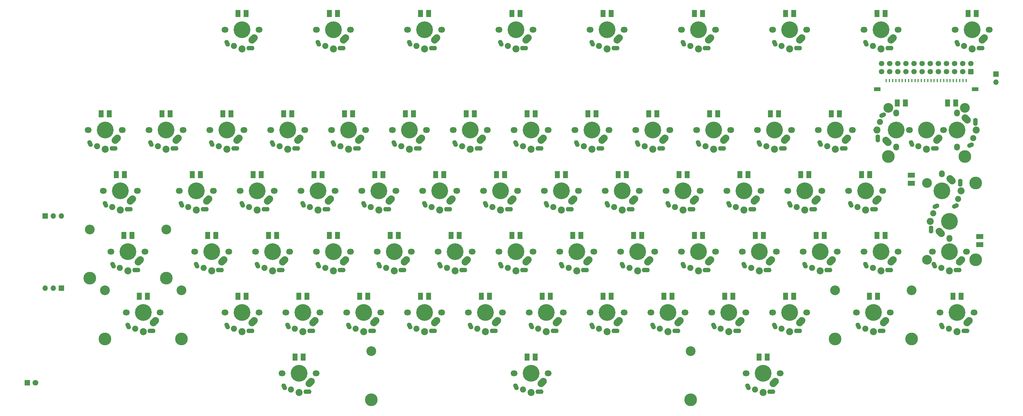
<source format=gbr>
G04 #@! TF.GenerationSoftware,KiCad,Pcbnew,(6.0.10)*
G04 #@! TF.CreationDate,2023-01-22T18:02:13-08:00*
G04 #@! TF.ProjectId,AtariChocXE,41746172-6943-4686-9f63-58452e6b6963,11*
G04 #@! TF.SameCoordinates,Original*
G04 #@! TF.FileFunction,Soldermask,Bot*
G04 #@! TF.FilePolarity,Negative*
%FSLAX46Y46*%
G04 Gerber Fmt 4.6, Leading zero omitted, Abs format (unit mm)*
G04 Created by KiCad (PCBNEW (6.0.10)) date 2023-01-22 18:02:13*
%MOMM*%
%LPD*%
G01*
G04 APERTURE LIST*
G04 Aperture macros list*
%AMRoundRect*
0 Rectangle with rounded corners*
0 $1 Rounding radius*
0 $2 $3 $4 $5 $6 $7 $8 $9 X,Y pos of 4 corners*
0 Add a 4 corners polygon primitive as box body*
4,1,4,$2,$3,$4,$5,$6,$7,$8,$9,$2,$3,0*
0 Add four circle primitives for the rounded corners*
1,1,$1+$1,$2,$3*
1,1,$1+$1,$4,$5*
1,1,$1+$1,$6,$7*
1,1,$1+$1,$8,$9*
0 Add four rect primitives between the rounded corners*
20,1,$1+$1,$2,$3,$4,$5,0*
20,1,$1+$1,$4,$5,$6,$7,0*
20,1,$1+$1,$6,$7,$8,$9,0*
20,1,$1+$1,$8,$9,$2,$3,0*%
%AMHorizOval*
0 Thick line with rounded ends*
0 $1 width*
0 $2 $3 position (X,Y) of the first rounded end (center of the circle)*
0 $4 $5 position (X,Y) of the second rounded end (center of the circle)*
0 Add line between two ends*
20,1,$1,$2,$3,$4,$5,0*
0 Add two circle primitives to create the rounded ends*
1,1,$1,$2,$3*
1,1,$1,$4,$5*%
G04 Aperture macros list end*
%ADD10R,1.800000X1.800000*%
%ADD11C,1.800000*%
%ADD12O,2.200000X1.800000*%
%ADD13C,5.250000*%
%ADD14HorizOval,2.200000X-0.353553X-0.353553X0.353553X0.353553X0*%
%ADD15HorizOval,1.400000X-0.169047X0.362523X0.169047X-0.362523X0*%
%ADD16C,1.900000*%
%ADD17O,2.500000X1.400000*%
%ADD18C,2.200000*%
%ADD19R,1.500000X2.300000*%
%ADD20R,2.300000X1.500000*%
%ADD21C,3.987800*%
%ADD22C,3.048000*%
%ADD23O,1.800000X2.200000*%
%ADD24HorizOval,1.400000X-0.362523X-0.169047X0.362523X0.169047X0*%
%ADD25HorizOval,2.200000X0.353553X-0.353553X-0.353553X0.353553X0*%
%ADD26O,1.400000X2.500000*%
%ADD27HorizOval,2.200000X-0.353553X0.353553X0.353553X-0.353553X0*%
%ADD28HorizOval,1.400000X0.362523X0.169047X-0.362523X-0.169047X0*%
%ADD29R,1.700000X1.700000*%
%ADD30O,1.700000X1.700000*%
%ADD31RoundRect,0.250000X0.600000X-0.600000X0.600000X0.600000X-0.600000X0.600000X-0.600000X-0.600000X0*%
%ADD32C,1.700000*%
%ADD33R,0.400000X1.000000*%
%ADD34R,2.000000X1.300000*%
G04 APERTURE END LIST*
D10*
X29360000Y-143200000D03*
D11*
X31900000Y-143200000D03*
D12*
X81767500Y-102160000D03*
D13*
X87097500Y-102160000D03*
D12*
X92427500Y-102160000D03*
D14*
X90597500Y-105030000D03*
D15*
X82397500Y-106410000D03*
D16*
X84557500Y-107240000D03*
D17*
X89697500Y-107910000D03*
D18*
X87097500Y-108160000D03*
D19*
X88367500Y-97080000D03*
X85827500Y-97080000D03*
D13*
X172822500Y-121210000D03*
D12*
X167492500Y-121210000D03*
X178152500Y-121210000D03*
D15*
X168122500Y-125460000D03*
D14*
X176322500Y-124080000D03*
D18*
X172822500Y-127210000D03*
D16*
X170282500Y-126290000D03*
D17*
X175422500Y-126960000D03*
D19*
X174092500Y-116130000D03*
X171552500Y-116130000D03*
D12*
X140052500Y-121210000D03*
X129392500Y-121210000D03*
D13*
X134722500Y-121210000D03*
D14*
X138222500Y-124080000D03*
D15*
X130022500Y-125460000D03*
D16*
X132182500Y-126290000D03*
D17*
X137322500Y-126960000D03*
D18*
X134722500Y-127210000D03*
D19*
X135992500Y-116130000D03*
X133452500Y-116130000D03*
D12*
X224642500Y-121210000D03*
D13*
X229972500Y-121210000D03*
D12*
X235302500Y-121210000D03*
D15*
X225272500Y-125460000D03*
D14*
X233472500Y-124080000D03*
D18*
X229972500Y-127210000D03*
D16*
X227432500Y-126290000D03*
D17*
X232572500Y-126960000D03*
D19*
X231242500Y-116130000D03*
X228702500Y-116130000D03*
D12*
X312748750Y-102160000D03*
X323408750Y-102160000D03*
D13*
X318078750Y-102160000D03*
D14*
X321578750Y-105030000D03*
D15*
X313378750Y-106410000D03*
D16*
X315538750Y-107240000D03*
D18*
X318078750Y-108160000D03*
D17*
X320678750Y-107910000D03*
D20*
X327603750Y-97397500D03*
X327603750Y-99937500D03*
D12*
X119811875Y-140260000D03*
D13*
X114481875Y-140260000D03*
D12*
X109151875Y-140260000D03*
D14*
X117981875Y-143130000D03*
D15*
X109781875Y-144510000D03*
D17*
X117081875Y-146010000D03*
D16*
X111941875Y-145340000D03*
D18*
X114481875Y-146260000D03*
D19*
X115751875Y-135180000D03*
X113211875Y-135180000D03*
D13*
X125197500Y-102160000D03*
D12*
X130527500Y-102160000D03*
X119867500Y-102160000D03*
D14*
X128697500Y-105030000D03*
D15*
X120497500Y-106410000D03*
D18*
X125197500Y-108160000D03*
D16*
X122657500Y-107240000D03*
D17*
X127797500Y-107910000D03*
D19*
X126467500Y-97080000D03*
X123927500Y-97080000D03*
D12*
X138917500Y-102160000D03*
X149577500Y-102160000D03*
D13*
X144247500Y-102160000D03*
D14*
X147747500Y-105030000D03*
D15*
X139547500Y-106410000D03*
D17*
X146847500Y-107910000D03*
D16*
X141707500Y-107240000D03*
D18*
X144247500Y-108160000D03*
D19*
X145517500Y-97080000D03*
X142977500Y-97080000D03*
D12*
X168627500Y-102160000D03*
D13*
X163297500Y-102160000D03*
D12*
X157967500Y-102160000D03*
D15*
X158597500Y-106410000D03*
D14*
X166797500Y-105030000D03*
D16*
X160757500Y-107240000D03*
D18*
X163297500Y-108160000D03*
D17*
X165897500Y-107910000D03*
D19*
X164567500Y-97080000D03*
X162027500Y-97080000D03*
D12*
X177017500Y-102160000D03*
X187677500Y-102160000D03*
D13*
X182347500Y-102160000D03*
D14*
X185847500Y-105030000D03*
D15*
X177647500Y-106410000D03*
D17*
X184947500Y-107910000D03*
D16*
X179807500Y-107240000D03*
D18*
X182347500Y-108160000D03*
D19*
X183617500Y-97080000D03*
X181077500Y-97080000D03*
D12*
X205592500Y-32610000D03*
D13*
X210922500Y-32610000D03*
D12*
X216252500Y-32610000D03*
D15*
X206222500Y-36860000D03*
D14*
X214422500Y-35480000D03*
D18*
X210922500Y-38610000D03*
D17*
X213522500Y-38360000D03*
D16*
X208382500Y-37690000D03*
D19*
X212192500Y-27530000D03*
X209652500Y-27530000D03*
D12*
X325790000Y-121210000D03*
X315130000Y-121210000D03*
D13*
X320460000Y-121210000D03*
D15*
X315760000Y-125460000D03*
D14*
X323960000Y-124080000D03*
D18*
X320460000Y-127210000D03*
D16*
X317920000Y-126290000D03*
D17*
X323060000Y-126960000D03*
D19*
X321730000Y-116130000D03*
X319190000Y-116130000D03*
D12*
X206727500Y-102160000D03*
X196067500Y-102160000D03*
D13*
X201397500Y-102160000D03*
D14*
X204897500Y-105030000D03*
D15*
X196697500Y-106410000D03*
D16*
X198857500Y-107240000D03*
D17*
X203997500Y-107910000D03*
D18*
X201397500Y-108160000D03*
D19*
X202667500Y-97080000D03*
X200127500Y-97080000D03*
D12*
X225777500Y-102160000D03*
X215117500Y-102160000D03*
D13*
X220447500Y-102160000D03*
D14*
X223947500Y-105030000D03*
D15*
X215747500Y-106410000D03*
D17*
X223047500Y-107910000D03*
D16*
X217907500Y-107240000D03*
D18*
X220447500Y-108160000D03*
D19*
X221717500Y-97080000D03*
X219177500Y-97080000D03*
D12*
X244827500Y-102160000D03*
D13*
X239497500Y-102160000D03*
D12*
X234167500Y-102160000D03*
D14*
X242997500Y-105030000D03*
D15*
X234797500Y-106410000D03*
D16*
X236957500Y-107240000D03*
D18*
X239497500Y-108160000D03*
D17*
X242097500Y-107910000D03*
D19*
X240767500Y-97080000D03*
X238227500Y-97080000D03*
D21*
X53666250Y-129465000D03*
D12*
X70996250Y-121210000D03*
D21*
X77666250Y-129465000D03*
D12*
X60336250Y-121210000D03*
D22*
X53666250Y-114225000D03*
D13*
X65666250Y-121210000D03*
D22*
X77666250Y-114225000D03*
D15*
X60966250Y-125460000D03*
D14*
X69166250Y-124080000D03*
D18*
X65666250Y-127210000D03*
D17*
X68266250Y-126960000D03*
D16*
X63126250Y-126290000D03*
D19*
X66936250Y-116130000D03*
X64396250Y-116130000D03*
D12*
X205592500Y-121210000D03*
X216252500Y-121210000D03*
D13*
X210922500Y-121210000D03*
D15*
X206222500Y-125460000D03*
D14*
X214422500Y-124080000D03*
D16*
X208382500Y-126290000D03*
D17*
X213522500Y-126960000D03*
D18*
X210922500Y-127210000D03*
D19*
X212192500Y-116130000D03*
X209652500Y-116130000D03*
D12*
X186542500Y-121210000D03*
D13*
X191872500Y-121210000D03*
D12*
X197202500Y-121210000D03*
D14*
X195372500Y-124080000D03*
D15*
X187172500Y-125460000D03*
D18*
X191872500Y-127210000D03*
D16*
X189332500Y-126290000D03*
D17*
X194472500Y-126960000D03*
D19*
X193142500Y-116130000D03*
X190602500Y-116130000D03*
D13*
X296660000Y-32610000D03*
D12*
X291330000Y-32610000D03*
X301990000Y-32610000D03*
D15*
X291960000Y-36860000D03*
D14*
X300160000Y-35480000D03*
D17*
X299260000Y-38360000D03*
D18*
X296660000Y-38610000D03*
D16*
X294120000Y-37690000D03*
D19*
X297930000Y-27530000D03*
X295390000Y-27530000D03*
D12*
X243692500Y-121210000D03*
X254352500Y-121210000D03*
D13*
X249022500Y-121210000D03*
D14*
X252522500Y-124080000D03*
D15*
X244322500Y-125460000D03*
D17*
X251622500Y-126960000D03*
D18*
X249022500Y-127210000D03*
D16*
X246482500Y-126290000D03*
D19*
X250292500Y-116130000D03*
X247752500Y-116130000D03*
D13*
X277597500Y-102160000D03*
D12*
X272267500Y-102160000D03*
X282927500Y-102160000D03*
D15*
X272897500Y-106410000D03*
D14*
X281097500Y-105030000D03*
D16*
X275057500Y-107240000D03*
D17*
X280197500Y-107910000D03*
D18*
X277597500Y-108160000D03*
D19*
X278867500Y-97080000D03*
X276327500Y-97080000D03*
D22*
X282266250Y-114225000D03*
X306266250Y-114225000D03*
D12*
X288936250Y-121210000D03*
X299596250Y-121210000D03*
D13*
X294266250Y-121210000D03*
D21*
X306266250Y-129465000D03*
X282266250Y-129465000D03*
D15*
X289566250Y-125460000D03*
D14*
X297766250Y-124080000D03*
D18*
X294266250Y-127210000D03*
D16*
X291726250Y-126290000D03*
D17*
X296866250Y-126960000D03*
D19*
X295536250Y-116130000D03*
X292996250Y-116130000D03*
D12*
X100817500Y-102160000D03*
X111477500Y-102160000D03*
D13*
X106147500Y-102160000D03*
D15*
X101447500Y-106410000D03*
D14*
X109647500Y-105030000D03*
D18*
X106147500Y-108160000D03*
D16*
X103607500Y-107240000D03*
D17*
X108747500Y-107910000D03*
D19*
X107417500Y-97080000D03*
X104877500Y-97080000D03*
D13*
X268072500Y-32610000D03*
D12*
X262742500Y-32610000D03*
X273402500Y-32610000D03*
D15*
X263372500Y-36860000D03*
D14*
X271572500Y-35480000D03*
D18*
X268072500Y-38610000D03*
D17*
X270672500Y-38360000D03*
D16*
X265532500Y-37690000D03*
D19*
X269342500Y-27530000D03*
X266802500Y-27530000D03*
D12*
X263877500Y-102160000D03*
X253217500Y-102160000D03*
D13*
X258547500Y-102160000D03*
D14*
X262047500Y-105030000D03*
D15*
X253847500Y-106410000D03*
D17*
X261147500Y-107910000D03*
D18*
X258547500Y-108160000D03*
D16*
X256007500Y-107240000D03*
D19*
X259817500Y-97080000D03*
X257277500Y-97080000D03*
D13*
X268072500Y-121210000D03*
D12*
X273402500Y-121210000D03*
X262742500Y-121210000D03*
D14*
X271572500Y-124080000D03*
D15*
X263372500Y-125460000D03*
D16*
X265532500Y-126290000D03*
D17*
X270672500Y-126960000D03*
D18*
X268072500Y-127210000D03*
D19*
X269342500Y-116130000D03*
X266802500Y-116130000D03*
D22*
X237110000Y-133275000D03*
D12*
X192440000Y-140260000D03*
D13*
X187110000Y-140260000D03*
D21*
X137110000Y-148515000D03*
X237110000Y-148515000D03*
D22*
X137110000Y-133275000D03*
D12*
X181780000Y-140260000D03*
D15*
X182410000Y-144510000D03*
D14*
X190610000Y-143130000D03*
D16*
X184570000Y-145340000D03*
D17*
X189710000Y-146010000D03*
D18*
X187110000Y-146260000D03*
D19*
X188380000Y-135180000D03*
X185840000Y-135180000D03*
D12*
X244827500Y-32610000D03*
X234167500Y-32610000D03*
D13*
X239497500Y-32610000D03*
D14*
X242997500Y-35480000D03*
D15*
X234797500Y-36860000D03*
D17*
X242097500Y-38360000D03*
D16*
X236957500Y-37690000D03*
D18*
X239497500Y-38610000D03*
D19*
X240767500Y-27530000D03*
X238227500Y-27530000D03*
D12*
X159102500Y-121210000D03*
X148442500Y-121210000D03*
D13*
X153772500Y-121210000D03*
D15*
X149072500Y-125460000D03*
D14*
X157272500Y-124080000D03*
D16*
X151232500Y-126290000D03*
D18*
X153772500Y-127210000D03*
D17*
X156372500Y-126960000D03*
D19*
X155042500Y-116130000D03*
X152502500Y-116130000D03*
D12*
X110342500Y-121210000D03*
D13*
X115672500Y-121210000D03*
D12*
X121002500Y-121210000D03*
D15*
X110972500Y-125460000D03*
D14*
X119172500Y-124080000D03*
D17*
X118272500Y-126960000D03*
D16*
X113132500Y-126290000D03*
D18*
X115672500Y-127210000D03*
D19*
X116942500Y-116130000D03*
X114402500Y-116130000D03*
D13*
X96622500Y-121210000D03*
D12*
X101952500Y-121210000D03*
X91292500Y-121210000D03*
D15*
X91922500Y-125460000D03*
D14*
X100122500Y-124080000D03*
D17*
X99222500Y-126960000D03*
D16*
X94082500Y-126290000D03*
D18*
X96622500Y-127210000D03*
D19*
X97892500Y-116130000D03*
X95352500Y-116130000D03*
D13*
X101385000Y-83110000D03*
D12*
X106715000Y-83110000D03*
X96055000Y-83110000D03*
D15*
X96685000Y-87360000D03*
D14*
X104885000Y-85980000D03*
D17*
X103985000Y-88860000D03*
D16*
X98845000Y-88190000D03*
D18*
X101385000Y-89110000D03*
D19*
X102655000Y-78030000D03*
X100115000Y-78030000D03*
D12*
X182915000Y-83110000D03*
D13*
X177585000Y-83110000D03*
D12*
X172255000Y-83110000D03*
D15*
X172885000Y-87360000D03*
D14*
X181085000Y-85980000D03*
D18*
X177585000Y-89110000D03*
D16*
X175045000Y-88190000D03*
D17*
X180185000Y-88860000D03*
D19*
X178855000Y-78030000D03*
X176315000Y-78030000D03*
D12*
X163865000Y-83110000D03*
X153205000Y-83110000D03*
D13*
X158535000Y-83110000D03*
D14*
X162035000Y-85980000D03*
D15*
X153835000Y-87360000D03*
D16*
X155995000Y-88190000D03*
D17*
X161135000Y-88860000D03*
D18*
X158535000Y-89110000D03*
D19*
X159805000Y-78030000D03*
X157265000Y-78030000D03*
D12*
X201965000Y-83110000D03*
D13*
X196635000Y-83110000D03*
D12*
X191305000Y-83110000D03*
D14*
X200135000Y-85980000D03*
D15*
X191935000Y-87360000D03*
D16*
X194095000Y-88190000D03*
D18*
X196635000Y-89110000D03*
D17*
X199235000Y-88860000D03*
D19*
X197905000Y-78030000D03*
X195365000Y-78030000D03*
D23*
X315697500Y-77780000D03*
D13*
X315697500Y-83110000D03*
D24*
X319947500Y-87810000D03*
D25*
X318567500Y-79610000D03*
D16*
X320777500Y-85650000D03*
D26*
X321447500Y-80510000D03*
D18*
X321697500Y-83110000D03*
D20*
X306172500Y-78188750D03*
X306172500Y-80728750D03*
D12*
X248455000Y-83110000D03*
D13*
X253785000Y-83110000D03*
D12*
X259115000Y-83110000D03*
D14*
X257285000Y-85980000D03*
D15*
X249085000Y-87360000D03*
D16*
X251245000Y-88190000D03*
D18*
X253785000Y-89110000D03*
D17*
X256385000Y-88860000D03*
D19*
X255055000Y-78030000D03*
X252515000Y-78030000D03*
D12*
X87665000Y-83110000D03*
D13*
X82335000Y-83110000D03*
D12*
X77005000Y-83110000D03*
D14*
X85835000Y-85980000D03*
D15*
X77635000Y-87360000D03*
D18*
X82335000Y-89110000D03*
D16*
X79795000Y-88190000D03*
D17*
X84935000Y-88860000D03*
D19*
X83605000Y-78030000D03*
X81065000Y-78030000D03*
D13*
X215685000Y-83110000D03*
D12*
X210355000Y-83110000D03*
X221015000Y-83110000D03*
D14*
X219185000Y-85980000D03*
D15*
X210985000Y-87360000D03*
D17*
X218285000Y-88860000D03*
D18*
X215685000Y-89110000D03*
D16*
X213145000Y-88190000D03*
D19*
X216955000Y-78030000D03*
X214415000Y-78030000D03*
D12*
X286555000Y-83110000D03*
X297215000Y-83110000D03*
D13*
X291885000Y-83110000D03*
D15*
X287185000Y-87360000D03*
D14*
X295385000Y-85980000D03*
D18*
X291885000Y-89110000D03*
D16*
X289345000Y-88190000D03*
D17*
X294485000Y-88860000D03*
D19*
X293155000Y-78030000D03*
X290615000Y-78030000D03*
D12*
X278165000Y-83110000D03*
X267505000Y-83110000D03*
D13*
X272835000Y-83110000D03*
D15*
X268135000Y-87360000D03*
D14*
X276335000Y-85980000D03*
D18*
X272835000Y-89110000D03*
D17*
X275435000Y-88860000D03*
D16*
X270295000Y-88190000D03*
D19*
X274105000Y-78030000D03*
X271565000Y-78030000D03*
D12*
X134155000Y-83110000D03*
X144815000Y-83110000D03*
D13*
X139485000Y-83110000D03*
D15*
X134785000Y-87360000D03*
D14*
X142985000Y-85980000D03*
D17*
X142085000Y-88860000D03*
D16*
X136945000Y-88190000D03*
D18*
X139485000Y-89110000D03*
D19*
X140755000Y-78030000D03*
X138215000Y-78030000D03*
D13*
X120435000Y-83110000D03*
D12*
X125765000Y-83110000D03*
X115105000Y-83110000D03*
D15*
X115735000Y-87360000D03*
D14*
X123935000Y-85980000D03*
D16*
X117895000Y-88190000D03*
D17*
X123035000Y-88860000D03*
D18*
X120435000Y-89110000D03*
D19*
X121705000Y-78030000D03*
X119165000Y-78030000D03*
D12*
X229405000Y-83110000D03*
X240065000Y-83110000D03*
D13*
X234735000Y-83110000D03*
D14*
X238235000Y-85980000D03*
D15*
X230035000Y-87360000D03*
D17*
X237335000Y-88860000D03*
D16*
X232195000Y-88190000D03*
D18*
X234735000Y-89110000D03*
D19*
X236005000Y-78030000D03*
X233465000Y-78030000D03*
D13*
X53760000Y-64060000D03*
D12*
X48430000Y-64060000D03*
X59090000Y-64060000D03*
D15*
X49060000Y-68310000D03*
D14*
X57260000Y-66930000D03*
D16*
X51220000Y-69140000D03*
D18*
X53760000Y-70060000D03*
D17*
X56360000Y-69810000D03*
D19*
X55030000Y-58980000D03*
X52490000Y-58980000D03*
D12*
X200830000Y-64060000D03*
X211490000Y-64060000D03*
D13*
X206160000Y-64060000D03*
D15*
X201460000Y-68310000D03*
D14*
X209660000Y-66930000D03*
D16*
X203620000Y-69140000D03*
D18*
X206160000Y-70060000D03*
D17*
X208760000Y-69810000D03*
D19*
X207430000Y-58980000D03*
X204890000Y-58980000D03*
D13*
X168060000Y-64060000D03*
D12*
X162730000Y-64060000D03*
X173390000Y-64060000D03*
D15*
X163360000Y-68310000D03*
D14*
X171560000Y-66930000D03*
D17*
X170660000Y-69810000D03*
D18*
X168060000Y-70060000D03*
D16*
X165520000Y-69140000D03*
D19*
X169330000Y-58980000D03*
X166790000Y-58980000D03*
D12*
X230540000Y-64060000D03*
X219880000Y-64060000D03*
D13*
X225210000Y-64060000D03*
D14*
X228710000Y-66930000D03*
D15*
X220510000Y-68310000D03*
D18*
X225210000Y-70060000D03*
D17*
X227810000Y-69810000D03*
D16*
X222670000Y-69140000D03*
D19*
X226480000Y-58980000D03*
X223940000Y-58980000D03*
D12*
X238930000Y-64060000D03*
D13*
X244260000Y-64060000D03*
D12*
X249590000Y-64060000D03*
D14*
X247760000Y-66930000D03*
D15*
X239560000Y-68310000D03*
D16*
X241720000Y-69140000D03*
D17*
X246860000Y-69810000D03*
D18*
X244260000Y-70060000D03*
D19*
X245530000Y-58980000D03*
X242990000Y-58980000D03*
D12*
X154340000Y-64060000D03*
D13*
X149010000Y-64060000D03*
D12*
X143680000Y-64060000D03*
D15*
X144310000Y-68310000D03*
D14*
X152510000Y-66930000D03*
D16*
X146470000Y-69140000D03*
D18*
X149010000Y-70060000D03*
D17*
X151610000Y-69810000D03*
D19*
X150280000Y-58980000D03*
X147740000Y-58980000D03*
D23*
X301410000Y-69390000D03*
D13*
X301410000Y-64060000D03*
D23*
X301410000Y-58730000D03*
D27*
X298540000Y-67560000D03*
D28*
X297160000Y-59360000D03*
D18*
X295410000Y-64060000D03*
D26*
X295660000Y-66660000D03*
D16*
X296330000Y-61520000D03*
D19*
X301722571Y-55556974D03*
X304262571Y-55556974D03*
D13*
X110910000Y-64060000D03*
D12*
X105580000Y-64060000D03*
X116240000Y-64060000D03*
D14*
X114410000Y-66930000D03*
D15*
X106210000Y-68310000D03*
D17*
X113510000Y-69810000D03*
D16*
X108370000Y-69140000D03*
D18*
X110910000Y-70060000D03*
D19*
X112180000Y-58980000D03*
X109640000Y-58980000D03*
D13*
X282360000Y-64060000D03*
D12*
X277030000Y-64060000D03*
X287690000Y-64060000D03*
D15*
X277660000Y-68310000D03*
D14*
X285860000Y-66930000D03*
D16*
X279820000Y-69140000D03*
D18*
X282360000Y-70060000D03*
D17*
X284960000Y-69810000D03*
D19*
X283630000Y-58980000D03*
X281090000Y-58980000D03*
D12*
X124630000Y-64060000D03*
X135290000Y-64060000D03*
D13*
X129960000Y-64060000D03*
D14*
X133460000Y-66930000D03*
D15*
X125260000Y-68310000D03*
D17*
X132560000Y-69810000D03*
D16*
X127420000Y-69140000D03*
D18*
X129960000Y-70060000D03*
D19*
X131230000Y-58980000D03*
X128690000Y-58980000D03*
D13*
X72810000Y-64060000D03*
D12*
X67480000Y-64060000D03*
X78140000Y-64060000D03*
D14*
X76310000Y-66930000D03*
D15*
X68110000Y-68310000D03*
D18*
X72810000Y-70060000D03*
D16*
X70270000Y-69140000D03*
D17*
X75410000Y-69810000D03*
D19*
X74080000Y-58980000D03*
X71540000Y-58980000D03*
D12*
X268640000Y-64060000D03*
X257980000Y-64060000D03*
D13*
X263310000Y-64060000D03*
D14*
X266810000Y-66930000D03*
D15*
X258610000Y-68310000D03*
D16*
X260770000Y-69140000D03*
D18*
X263310000Y-70060000D03*
D17*
X265910000Y-69810000D03*
D19*
X264580000Y-58980000D03*
X262040000Y-58980000D03*
D23*
X320460000Y-69390000D03*
X320460000Y-58730000D03*
D13*
X320460000Y-64060000D03*
D24*
X324710000Y-68760000D03*
D25*
X323330000Y-60560000D03*
D16*
X325540000Y-66600000D03*
D18*
X326460000Y-64060000D03*
D26*
X326210000Y-61460000D03*
D19*
X320017991Y-55530861D03*
X317477991Y-55530861D03*
D12*
X97190000Y-64060000D03*
X86530000Y-64060000D03*
D13*
X91860000Y-64060000D03*
D14*
X95360000Y-66930000D03*
D15*
X87160000Y-68310000D03*
D17*
X94460000Y-69810000D03*
D18*
X91860000Y-70060000D03*
D16*
X89320000Y-69140000D03*
D19*
X93130000Y-58980000D03*
X90590000Y-58980000D03*
D13*
X187110000Y-64060000D03*
D12*
X192440000Y-64060000D03*
X181780000Y-64060000D03*
D15*
X182410000Y-68310000D03*
D14*
X190610000Y-66930000D03*
D18*
X187110000Y-70060000D03*
D16*
X184570000Y-69140000D03*
D17*
X189710000Y-69810000D03*
D19*
X188380000Y-58980000D03*
X185840000Y-58980000D03*
D12*
X53192500Y-83110000D03*
D13*
X58522500Y-83110000D03*
D12*
X63852500Y-83110000D03*
D14*
X62022500Y-85980000D03*
D15*
X53822500Y-87360000D03*
D18*
X58522500Y-89110000D03*
D16*
X55982500Y-88190000D03*
D17*
X61122500Y-88860000D03*
D19*
X59792500Y-78030000D03*
X57252500Y-78030000D03*
D12*
X301977500Y-102160000D03*
D13*
X296647500Y-102160000D03*
D12*
X291317500Y-102160000D03*
D15*
X291947500Y-106410000D03*
D14*
X300147500Y-105030000D03*
D18*
X296647500Y-108160000D03*
D16*
X294107500Y-107240000D03*
D17*
X299247500Y-107910000D03*
D19*
X297917500Y-97080000D03*
X295377500Y-97080000D03*
D13*
X96622500Y-32610000D03*
D12*
X101952500Y-32610000D03*
X91292500Y-32610000D03*
D14*
X100122500Y-35480000D03*
D15*
X91922500Y-36860000D03*
D18*
X96622500Y-38610000D03*
D16*
X94082500Y-37690000D03*
D17*
X99222500Y-38360000D03*
D19*
X97892500Y-27530000D03*
X95352500Y-27530000D03*
D12*
X119867500Y-32610000D03*
D13*
X125197500Y-32610000D03*
D12*
X130527500Y-32610000D03*
D14*
X128697500Y-35480000D03*
D15*
X120497500Y-36860000D03*
D17*
X127797500Y-38360000D03*
D18*
X125197500Y-38610000D03*
D16*
X122657500Y-37690000D03*
D19*
X126467500Y-27530000D03*
X123927500Y-27530000D03*
D13*
X153772500Y-32610000D03*
D12*
X148442500Y-32610000D03*
X159102500Y-32610000D03*
D15*
X149072500Y-36860000D03*
D14*
X157272500Y-35480000D03*
D17*
X156372500Y-38360000D03*
D18*
X153772500Y-38610000D03*
D16*
X151232500Y-37690000D03*
D19*
X155042500Y-27530000D03*
X152502500Y-27530000D03*
D12*
X187677500Y-32610000D03*
D13*
X182347500Y-32610000D03*
D12*
X177017500Y-32610000D03*
D14*
X185847500Y-35480000D03*
D15*
X177647500Y-36860000D03*
D16*
X179807500Y-37690000D03*
D18*
X182347500Y-38610000D03*
D17*
X184947500Y-38360000D03*
D19*
X183617500Y-27530000D03*
X181077500Y-27530000D03*
D29*
X40029000Y-113590000D03*
D30*
X37489000Y-113590000D03*
X34949000Y-113590000D03*
D29*
X34964000Y-90984000D03*
D30*
X37504000Y-90984000D03*
X40044000Y-90984000D03*
D13*
X325222500Y-32610000D03*
D12*
X319892500Y-32610000D03*
X330552500Y-32610000D03*
D15*
X320522500Y-36860000D03*
D14*
X328722500Y-35480000D03*
D18*
X325222500Y-38610000D03*
D16*
X322682500Y-37690000D03*
D17*
X327822500Y-38360000D03*
D19*
X326492500Y-27530000D03*
X323952500Y-27530000D03*
D29*
X332683000Y-46477000D03*
D30*
X332683000Y-49017000D03*
D12*
X316265000Y-64060000D03*
D21*
X298935000Y-72315000D03*
D22*
X298935000Y-57075000D03*
D12*
X305605000Y-64060000D03*
D21*
X322935000Y-72315000D03*
D13*
X310935000Y-64060000D03*
D22*
X322935000Y-57075000D03*
D15*
X306235000Y-68310000D03*
D14*
X314435000Y-66930000D03*
D17*
X313535000Y-69810000D03*
D18*
X310935000Y-70060000D03*
D16*
X308395000Y-69140000D03*
D13*
X60903750Y-102160000D03*
D22*
X72903750Y-95175000D03*
D21*
X48903750Y-110415000D03*
D12*
X55573750Y-102160000D03*
D21*
X72903750Y-110415000D03*
D12*
X66233750Y-102160000D03*
D22*
X48903750Y-95175000D03*
D14*
X64403750Y-105030000D03*
D15*
X56203750Y-106410000D03*
D16*
X58363750Y-107240000D03*
D18*
X60903750Y-108160000D03*
D17*
X63503750Y-107910000D03*
D19*
X62173750Y-97080000D03*
X59633750Y-97080000D03*
D22*
X311093750Y-104635000D03*
D13*
X318078750Y-92635000D03*
D21*
X326333750Y-104635000D03*
D23*
X318078750Y-97965000D03*
D22*
X311093750Y-80635000D03*
D21*
X326333750Y-80635000D03*
D27*
X315208750Y-96135000D03*
D28*
X313828750Y-87935000D03*
D26*
X312328750Y-95235000D03*
D18*
X312078750Y-92635000D03*
D16*
X312998750Y-90095000D03*
D13*
X259738125Y-140260000D03*
D12*
X265068125Y-140260000D03*
X254408125Y-140260000D03*
D14*
X263238125Y-143130000D03*
D15*
X255038125Y-144510000D03*
D18*
X259738125Y-146260000D03*
D16*
X257198125Y-145340000D03*
D17*
X262338125Y-146010000D03*
D19*
X261008125Y-135180000D03*
X258468125Y-135180000D03*
D31*
X324778000Y-45772000D03*
D32*
X324778000Y-43232000D03*
X322238000Y-45772000D03*
X322238000Y-43232000D03*
X319698000Y-45772000D03*
X319698000Y-43232000D03*
X317158000Y-45772000D03*
X317158000Y-43232000D03*
X314618000Y-45772000D03*
X314618000Y-43232000D03*
X312078000Y-45772000D03*
X312078000Y-43232000D03*
X309538000Y-45772000D03*
X309538000Y-43232000D03*
X306998000Y-45772000D03*
X306998000Y-43232000D03*
X304458000Y-45772000D03*
X304458000Y-43232000D03*
X301918000Y-45772000D03*
X301918000Y-43232000D03*
X299378000Y-45772000D03*
X299378000Y-43232000D03*
X296838000Y-45772000D03*
X296838000Y-43232000D03*
D33*
X323308000Y-48552000D03*
X322308000Y-48552000D03*
X321308000Y-48552000D03*
X320308000Y-48552000D03*
X319308000Y-48552000D03*
X318308000Y-48552000D03*
X317308000Y-48552000D03*
X316308000Y-48552000D03*
X315308000Y-48552000D03*
X314308000Y-48552000D03*
X313308000Y-48552000D03*
X312308000Y-48552000D03*
X311308000Y-48552000D03*
X310308000Y-48552000D03*
X309308000Y-48552000D03*
X308308000Y-48552000D03*
X307308000Y-48552000D03*
X306308000Y-48552000D03*
X305308000Y-48552000D03*
X304308000Y-48552000D03*
X303308000Y-48552000D03*
X302308000Y-48552000D03*
X301308000Y-48552000D03*
X300308000Y-48552000D03*
X299308000Y-48552000D03*
X298308000Y-48552000D03*
D34*
X326108000Y-51252000D03*
X295508000Y-51252000D03*
M02*

</source>
